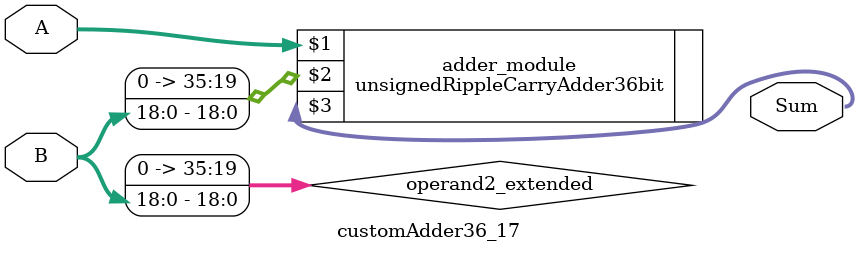
<source format=v>
module customAdder36_17(
                        input [35 : 0] A,
                        input [18 : 0] B,
                        
                        output [36 : 0] Sum
                );

        wire [35 : 0] operand2_extended;
        
        assign operand2_extended =  {17'b0, B};
        
        unsignedRippleCarryAdder36bit adder_module(
            A,
            operand2_extended,
            Sum
        );
        
        endmodule
        
</source>
